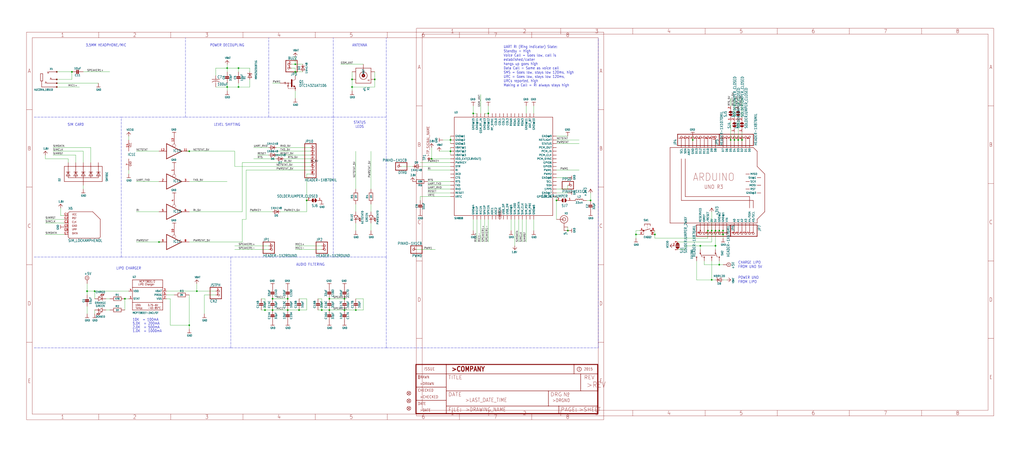
<source format=kicad_sch>
(kicad_sch (version 20211123) (generator eeschema)
  (paper "User" 687.07 301.701)
  (junction (at 477.52 154.94))
  (junction (at 464.82 93.98))
  (junction (at 289.56 106.68))
  (junction (at 160.02 45.72))
  (junction (at 477.52 187.96))
  (junction (at 106.68 162.56))
  (junction (at 127 218.44))
  (junction (at 127 101.6))
  (junction (at 492.76 93.98))
  (junction (at 198.12 43.18))
  (junction (at 160.02 58.42))
  (junction (at 215.9 208.28))
  (junction (at 198.12 48.26))
  (junction (at 381 154.94))
  (junction (at 220.98 200.66))
  (junction (at 302.26 93.98))
  (junction (at 482.6 154.94))
  (junction (at 63.5 195.58))
  (junction (at 231.14 208.28))
  (junction (at 485.14 157.48))
  (junction (at 236.22 53.34))
  (junction (at 152.4 45.72))
  (junction (at 497.84 93.98))
  (junction (at 490.22 93.98))
  (junction (at 469.9 165.1))
  (junction (at 238.76 208.28))
  (junction (at 236.22 58.42))
  (junction (at 231.14 200.66))
  (junction (at 200.66 208.28))
  (junction (at 482.6 177.8))
  (junction (at 193.04 208.28))
  (junction (at 396.24 134.62))
  (junction (at 480.06 165.1))
  (junction (at 182.88 208.28))
  (junction (at 439.42 157.48))
  (junction (at 474.98 154.94))
  (junction (at 132.08 195.58))
  (junction (at 373.38 134.62))
  (junction (at 426.72 157.48))
  (junction (at 182.88 200.66))
  (junction (at 205.74 134.62))
  (junction (at 251.46 53.34))
  (junction (at 177.8 208.28))
  (junction (at 480.06 154.94))
  (junction (at 327.66 76.2))
  (junction (at 495.3 93.98))
  (junction (at 485.14 154.94))
  (junction (at 83.82 200.66))
  (junction (at 317.5 76.2))
  (junction (at 48.26 48.26))
  (junction (at 302.26 101.6))
  (junction (at 220.98 208.28))
  (junction (at 193.04 200.66))
  (junction (at 152.4 58.42))
  (junction (at 58.42 195.58))
  (wire (pts (xy 474.98 160.02) (xy 474.98 154.94)))
  (wire (pts (xy 482.6 175.26) (xy 482.6 177.8)))
  (wire (pts (xy 185.42 104.14) (xy 208.28 104.14)))
  (wire (pts (xy 73.66 200.66) (xy 71.12 200.66)))
  (wire (pts (xy 152.4 60.96) (xy 152.4 58.42)))
  (wire (pts (xy 132.08 195.58) (xy 132.08 190.5)))
  (wire (pts (xy 350.52 147.32) (xy 350.52 162.56)))
  (wire (pts (xy 373.38 127) (xy 381 127)))
  (wire (pts (xy 236.22 58.42) (xy 251.46 58.42)))
  (wire (pts (xy 132.08 195.58) (xy 144.78 195.58)))
  (wire (pts (xy 281.94 132.08) (xy 302.26 132.08)))
  (wire (pts (xy 373.38 91.44) (xy 381 91.44)))
  (wire (pts (xy 45.72 109.22) (xy 45.72 106.68)))
  (wire (pts (xy 439.42 160.02) (xy 474.98 160.02)))
  (wire (pts (xy 317.5 147.32) (xy 317.5 154.94)))
  (wire (pts (xy 381 119.38) (xy 373.38 119.38)))
  (wire (pts (xy 215.9 200.66) (xy 215.9 208.28)))
  (wire (pts (xy 144.78 58.42) (xy 152.4 58.42)))
  (wire (pts (xy 127 121.92) (xy 152.4 121.92)))
  (wire (pts (xy 302.26 91.44) (xy 302.26 93.98)))
  (wire (pts (xy 322.58 147.32) (xy 322.58 162.56)))
  (wire (pts (xy 86.36 93.98) (xy 86.36 91.44)))
  (wire (pts (xy 38.1 55.88) (xy 66.04 55.88)))
  (wire (pts (xy 124.46 101.6) (xy 127 101.6)))
  (wire (pts (xy 109.22 162.56) (xy 106.68 162.56)))
  (wire (pts (xy 238.76 137.16) (xy 238.76 142.24)))
  (wire (pts (xy 157.48 167.64) (xy 180.34 167.64)))
  (wire (pts (xy 495.3 93.98) (xy 495.3 81.28)))
  (wire (pts (xy 165.1 147.32) (xy 165.1 114.3)))
  (wire (pts (xy 165.1 114.3) (xy 208.28 114.3)))
  (wire (pts (xy 215.9 167.64) (xy 198.12 167.64)))
  (wire (pts (xy 492.76 78.74) (xy 492.76 66.04)))
  (wire (pts (xy 63.5 195.58) (xy 86.36 195.58)))
  (wire (pts (xy 83.82 200.66) (xy 86.36 200.66)))
  (wire (pts (xy 381 127) (xy 381 124.46)))
  (wire (pts (xy 86.36 114.3) (xy 86.36 116.84)))
  (polyline (pts (xy 259.08 78.74) (xy 259.08 25.4)))
  (wire (pts (xy 490.22 81.28) (xy 490.22 93.98)))
  (wire (pts (xy 114.3 218.44) (xy 127 218.44)))
  (polyline (pts (xy 259.08 233.68) (xy 259.08 172.72)))
  (wire (pts (xy 289.56 106.68) (xy 289.56 99.06)))
  (wire (pts (xy 248.92 154.94) (xy 248.92 149.86)))
  (wire (pts (xy 302.26 129.54) (xy 287.02 129.54)))
  (wire (pts (xy 215.9 165.1) (xy 198.12 165.1)))
  (wire (pts (xy 388.62 96.52) (xy 373.38 96.52)))
  (wire (pts (xy 302.26 93.98) (xy 302.26 96.52)))
  (polyline (pts (xy 259.08 172.72) (xy 259.08 78.74)))
  (polyline (pts (xy 81.28 172.72) (xy 81.28 78.74)))
  (wire (pts (xy 373.38 129.54) (xy 381 129.54)))
  (wire (pts (xy 198.12 60.96) (xy 198.12 66.04)))
  (wire (pts (xy 43.18 144.78) (xy 40.64 144.78)))
  (wire (pts (xy 467.36 187.96) (xy 477.52 187.96)))
  (wire (pts (xy 205.74 208.28) (xy 200.66 208.28)))
  (wire (pts (xy 492.76 93.98) (xy 492.76 88.9)))
  (wire (pts (xy 495.3 66.04) (xy 495.3 71.12)))
  (wire (pts (xy 358.14 76.2) (xy 358.14 71.12)))
  (wire (pts (xy 58.42 205.74) (xy 58.42 210.82)))
  (wire (pts (xy 297.18 93.98) (xy 302.26 93.98)))
  (polyline (pts (xy 81.28 78.74) (xy 124.46 78.74)))
  (wire (pts (xy 106.68 101.6) (xy 91.44 101.6)))
  (wire (pts (xy 243.84 208.28) (xy 238.76 208.28)))
  (wire (pts (xy 187.96 142.24) (xy 205.74 142.24)))
  (wire (pts (xy 482.6 177.8) (xy 485.14 177.8)))
  (polyline (pts (xy 180.34 78.74) (xy 180.34 25.4)))
  (wire (pts (xy 302.26 106.68) (xy 289.56 106.68)))
  (wire (pts (xy 30.48 106.68) (xy 30.48 104.14)))
  (polyline (pts (xy 154.94 233.68) (xy 259.08 233.68)))
  (wire (pts (xy 144.78 45.72) (xy 152.4 45.72)))
  (polyline (pts (xy 124.46 78.74) (xy 124.46 25.4)))
  (wire (pts (xy 152.4 58.42) (xy 160.02 58.42)))
  (wire (pts (xy 198.12 48.26) (xy 198.12 50.8)))
  (wire (pts (xy 381 152.4) (xy 381 154.94)))
  (wire (pts (xy 373.38 132.08) (xy 373.38 134.62)))
  (wire (pts (xy 175.26 200.66) (xy 177.8 200.66)))
  (polyline (pts (xy 124.46 78.74) (xy 180.34 78.74)))
  (wire (pts (xy 302.26 124.46) (xy 287.02 124.46)))
  (polyline (pts (xy 22.86 233.68) (xy 154.94 233.68)))
  (wire (pts (xy 281.94 132.08) (xy 281.94 134.62)))
  (wire (pts (xy 497.84 88.9) (xy 497.84 93.98)))
  (wire (pts (xy 220.98 208.28) (xy 231.14 208.28)))
  (wire (pts (xy 167.64 58.42) (xy 167.64 53.34)))
  (polyline (pts (xy 259.08 233.68) (xy 401.32 233.68)))
  (wire (pts (xy 198.12 43.18) (xy 195.58 43.18)))
  (wire (pts (xy 325.12 76.2) (xy 327.66 76.2)))
  (wire (pts (xy 472.44 177.8) (xy 482.6 177.8)))
  (wire (pts (xy 327.66 147.32) (xy 327.66 162.56)))
  (wire (pts (xy 58.42 195.58) (xy 58.42 190.5)))
  (wire (pts (xy 373.38 114.3) (xy 388.62 114.3)))
  (wire (pts (xy 106.68 162.56) (xy 91.44 162.56)))
  (wire (pts (xy 231.14 200.66) (xy 220.98 200.66)))
  (wire (pts (xy 205.74 116.84) (xy 208.28 116.84)))
  (wire (pts (xy 162.56 147.32) (xy 165.1 147.32)))
  (wire (pts (xy 439.42 154.94) (xy 439.42 157.48)))
  (wire (pts (xy 302.26 109.22) (xy 281.94 109.22)))
  (wire (pts (xy 469.9 167.64) (xy 469.9 165.1)))
  (wire (pts (xy 236.22 48.26) (xy 236.22 53.34)))
  (polyline (pts (xy 223.52 78.74) (xy 223.52 25.4)))
  (wire (pts (xy 485.14 154.94) (xy 485.14 157.48)))
  (wire (pts (xy 160.02 55.88) (xy 160.02 58.42)))
  (wire (pts (xy 429.26 157.48) (xy 426.72 157.48)))
  (wire (pts (xy 30.48 157.48) (xy 43.18 157.48)))
  (wire (pts (xy 187.96 55.88) (xy 182.88 55.88)))
  (wire (pts (xy 48.26 48.26) (xy 38.1 48.26)))
  (wire (pts (xy 48.26 48.26) (xy 48.26 53.34)))
  (wire (pts (xy 60.96 109.22) (xy 60.96 99.06)))
  (wire (pts (xy 83.82 208.28) (xy 83.82 200.66)))
  (wire (pts (xy 213.36 200.66) (xy 215.9 200.66)))
  (wire (pts (xy 111.76 200.66) (xy 114.3 200.66)))
  (wire (pts (xy 127 162.56) (xy 162.56 162.56)))
  (wire (pts (xy 302.26 114.3) (xy 287.02 114.3)))
  (wire (pts (xy 177.8 208.28) (xy 182.88 208.28)))
  (wire (pts (xy 60.96 99.06) (xy 35.56 99.06)))
  (wire (pts (xy 50.8 109.22) (xy 50.8 104.14)))
  (polyline (pts (xy 22.86 172.72) (xy 81.28 172.72)))
  (wire (pts (xy 38.1 58.42) (xy 53.34 58.42)))
  (wire (pts (xy 464.82 93.98) (xy 464.82 91.44)))
  (wire (pts (xy 182.88 208.28) (xy 193.04 208.28)))
  (wire (pts (xy 322.58 76.2) (xy 322.58 63.5)))
  (wire (pts (xy 162.56 162.56) (xy 162.56 147.32)))
  (wire (pts (xy 152.4 45.72) (xy 152.4 43.18)))
  (wire (pts (xy 63.5 208.28) (xy 63.5 210.82)))
  (wire (pts (xy 40.64 144.78) (xy 40.64 139.7)))
  (wire (pts (xy 205.74 142.24) (xy 205.74 134.62)))
  (polyline (pts (xy 22.86 78.74) (xy 81.28 78.74)))
  (polyline (pts (xy 154.94 172.72) (xy 223.52 172.72)))
  (wire (pts (xy 160.02 58.42) (xy 167.64 58.42)))
  (wire (pts (xy 477.52 162.56) (xy 477.52 154.94)))
  (wire (pts (xy 353.06 147.32) (xy 353.06 162.56)))
  (wire (pts (xy 487.68 187.96) (xy 485.14 187.96)))
  (wire (pts (xy 342.9 147.32) (xy 342.9 154.94)))
  (wire (pts (xy 454.66 162.56) (xy 477.52 162.56)))
  (wire (pts (xy 454.66 167.64) (xy 459.74 167.64)))
  (wire (pts (xy 482.6 157.48) (xy 485.14 157.48)))
  (wire (pts (xy 43.18 149.86) (xy 30.48 149.86)))
  (wire (pts (xy 198.12 45.72) (xy 198.12 48.26)))
  (wire (pts (xy 317.5 76.2) (xy 320.04 76.2)))
  (wire (pts (xy 469.9 165.1) (xy 480.06 165.1)))
  (wire (pts (xy 55.88 101.6) (xy 35.56 101.6)))
  (wire (pts (xy 302.26 101.6) (xy 294.64 101.6)))
  (wire (pts (xy 152.4 48.26) (xy 152.4 45.72)))
  (wire (pts (xy 490.22 66.04) (xy 490.22 71.12)))
  (wire (pts (xy 388.62 93.98) (xy 373.38 93.98)))
  (wire (pts (xy 281.94 111.76) (xy 302.26 111.76)))
  (wire (pts (xy 480.06 165.1) (xy 480.06 167.64)))
  (wire (pts (xy 236.22 53.34) (xy 236.22 58.42)))
  (wire (pts (xy 160.02 45.72) (xy 167.64 45.72)))
  (wire (pts (xy 200.66 200.66) (xy 205.74 200.66)))
  (wire (pts (xy 127 142.24) (xy 162.56 142.24)))
  (wire (pts (xy 236.22 60.96) (xy 236.22 58.42)))
  (wire (pts (xy 198.12 38.1) (xy 198.12 43.18)))
  (wire (pts (xy 228.6 43.18) (xy 243.84 43.18)))
  (wire (pts (xy 205.74 134.62) (xy 205.74 116.84)))
  (polyline (pts (xy 154.94 233.68) (xy 154.94 172.72)))
  (wire (pts (xy 327.66 71.12) (xy 327.66 76.2)))
  (wire (pts (xy 325.12 162.56) (xy 325.12 147.32)))
  (wire (pts (xy 485.14 157.48) (xy 485.14 160.02)))
  (wire (pts (xy 162.56 142.24) (xy 162.56 109.22)))
  (wire (pts (xy 426.72 154.94) (xy 426.72 157.48)))
  (wire (pts (xy 160.02 48.26) (xy 160.02 45.72)))
  (wire (pts (xy 180.34 104.14) (xy 172.72 104.14)))
  (wire (pts (xy 347.98 162.56) (xy 347.98 147.32)))
  (wire (pts (xy 497.84 78.74) (xy 497.84 66.04)))
  (wire (pts (xy 200.66 208.28) (xy 193.04 208.28)))
  (wire (pts (xy 50.8 104.14) (xy 35.56 104.14)))
  (wire (pts (xy 157.48 111.76) (xy 208.28 111.76)))
  (wire (pts (xy 55.88 124.46) (xy 55.88 127)))
  (wire (pts (xy 162.56 109.22) (xy 208.28 109.22)))
  (wire (pts (xy 152.4 55.88) (xy 152.4 58.42)))
  (polyline (pts (xy 81.28 172.72) (xy 154.94 172.72)))
  (wire (pts (xy 127 218.44) (xy 127 220.98)))
  (wire (pts (xy 193.04 200.66) (xy 182.88 200.66)))
  (wire (pts (xy 353.06 71.12) (xy 353.06 76.2)))
  (wire (pts (xy 426.72 157.48) (xy 426.72 160.02)))
  (wire (pts (xy 114.3 200.66) (xy 114.3 218.44)))
  (wire (pts (xy 248.92 137.16) (xy 248.92 142.24)))
  (wire (pts (xy 243.84 200.66) (xy 243.84 208.28)))
  (wire (pts (xy 396.24 134.62) (xy 393.7 134.62)))
  (wire (pts (xy 180.34 99.06) (xy 170.18 99.06)))
  (wire (pts (xy 127 198.12) (xy 127 218.44)))
  (wire (pts (xy 302.26 127) (xy 287.02 127)))
  (wire (pts (xy 137.16 198.12) (xy 137.16 210.82)))
  (wire (pts (xy 58.42 198.12) (xy 58.42 195.58)))
  (wire (pts (xy 106.68 121.92) (xy 91.44 121.92)))
  (wire (pts (xy 302.26 121.92) (xy 287.02 121.92)))
  (wire (pts (xy 302.26 99.06) (xy 302.26 101.6)))
  (wire (pts (xy 472.44 175.26) (xy 472.44 177.8)))
  (wire (pts (xy 480.06 187.96) (xy 477.52 187.96)))
  (wire (pts (xy 167.64 45.72) (xy 167.64 48.26)))
  (wire (pts (xy 190.5 106.68) (xy 208.28 106.68)))
  (wire (pts (xy 248.92 101.6) (xy 248.92 127)))
  (wire (pts (xy 152.4 45.72) (xy 160.02 45.72)))
  (wire (pts (xy 144.78 50.8) (xy 144.78 45.72)))
  (wire (pts (xy 238.76 149.86) (xy 238.76 154.94)))
  (wire (pts (xy 320.04 162.56) (xy 320.04 147.32)))
  (wire (pts (xy 251.46 53.34) (xy 251.46 48.26)))
  (wire (pts (xy 38.1 53.34) (xy 48.26 53.34)))
  (wire (pts (xy 55.88 109.22) (xy 55.88 101.6)))
  (wire (pts (xy 439.42 157.48) (xy 439.42 160.02)))
  (wire (pts (xy 157.48 111.76) (xy 157.48 101.6)))
  (wire (pts (xy 251.46 58.42) (xy 251.46 53.34)))
  (wire (pts (xy 73.66 48.26) (xy 55.88 48.26)))
  (wire (pts (xy 58.42 195.58) (xy 63.5 195.58)))
  (wire (pts (xy 345.44 147.32) (xy 345.44 165.1)))
  (polyline (pts (xy 223.52 78.74) (xy 180.34 78.74)))
  (wire (pts (xy 185.42 99.06) (xy 208.28 99.06)))
  (wire (pts (xy 215.9 208.28) (xy 213.36 208.28)))
  (wire (pts (xy 215.9 208.28) (xy 220.98 208.28)))
  (wire (pts (xy 238.76 127) (xy 238.76 101.6)))
  (wire (pts (xy 480.06 154.94) (xy 480.06 165.1)))
  (wire (pts (xy 157.48 165.1) (xy 180.34 165.1)))
  (wire (pts (xy 43.18 147.32) (xy 30.48 147.32)))
  (wire (pts (xy 137.16 198.12) (xy 144.78 198.12)))
  (polyline (pts (xy 223.52 78.74) (xy 259.08 78.74)))
  (polyline (pts (xy 223.52 172.72) (xy 223.52 78.74)))
  (wire (pts (xy 205.74 200.66) (xy 205.74 208.28)))
  (wire (pts (xy 269.24 111.76) (xy 276.86 111.76)))
  (wire (pts (xy 482.6 154.94) (xy 482.6 157.48)))
  (wire (pts (xy 106.68 142.24) (xy 91.44 142.24)))
  (wire (pts (xy 477.52 175.26) (xy 477.52 187.96)))
  (wire (pts (xy 317.5 71.12) (xy 317.5 76.2)))
  (wire (pts (xy 198.12 43.18) (xy 203.2 43.18)))
  (polyline (pts (xy 401.32 233.68) (xy 401.32 25.4)))
  (wire (pts (xy 127 101.6) (xy 157.48 101.6)))
  (wire (pts (xy 177.8 208.28) (xy 175.26 208.28)))
  (wire (pts (xy 111.76 198.12) (xy 116.84 198.12)))
  (wire (pts (xy 45.72 106.68) (xy 30.48 106.68)))
  (wire (pts (xy 459.74 165.1) (xy 469.9 165.1)))
  (wire (pts (xy 373.38 134.62) (xy 373.38 147.32)))
  (wire (pts (xy 477.52 142.24) (xy 477.52 154.94)))
  (wire (pts (xy 459.74 167.64) (xy 459.74 165.1)))
  (wire (pts (xy 132.08 195.58) (xy 111.76 195.58)))
  (wire (pts (xy 170.18 106.68) (xy 185.42 106.68)))
  (wire (pts (xy 182.88 142.24) (xy 167.64 142.24)))
  (wire (pts (xy 185.42 101.6) (xy 208.28 101.6)))
  (wire (pts (xy 195.58 45.72) (xy 198.12 45.72)))
  (wire (pts (xy 358.14 154.94) (xy 358.14 147.32)))
  (wire (pts (xy 396.24 129.54) (xy 396.24 134.62)))
  (wire (pts (xy 279.4 167.64) (xy 292.1 167.64)))
  (wire (pts (xy 198.12 48.26) (xy 203.2 48.26)))
  (wire (pts (xy 467.36 175.26) (xy 467.36 187.96)))
  (polyline (pts (xy 223.52 172.72) (xy 259.08 172.72)))
  (wire (pts (xy 177.8 200.66) (xy 177.8 208.28)))
  (wire (pts (xy 238.76 208.28) (xy 231.14 208.28)))
  (wire (pts (xy 73.66 208.28) (xy 71.12 208.28)))
  (wire (pts (xy 63.5 200.66) (xy 63.5 195.58)))
  (wire (pts (xy 238.76 200.66) (xy 243.84 200.66)))
  (wire (pts (xy 302.26 101.6) (xy 302.26 104.14)))
  (wire (pts (xy 429.26 154.94) (xy 426.72 154.94)))
  (text "5.0K  = 200mA" (at 88.9 218.44 180) (effects (font (size 1.778 1.5113)) (justify left bottom)))
  (text "STATUS\nLEDS" (at 241.3 83.82 180) (effects (font (size 1.778 1.5113))))
  (text "LEVEL SHIFTING" (at 152.4 83.82 180) (effects (font (size 1.778 1.5113))))
  (text "2.0K  = 500mA" (at 88.9 220.98 180) (effects (font (size 1.778 1.5113)) (justify left bottom)))
  (text "CHARGE LIPO\nFROM UNO 5V" (at 495.3 180.34 180) (effects (font (size 1.778 1.5113)) (justify left bottom)))
  (text "POWER DECOUPLING" (at 152.4 30.48 180) (effects (font (size 1.778 1.5113))))
  (text "10K  = 100mA" (at 88.9 215.9 180) (effects (font (size 1.778 1.5113)) (justify left bottom)))
  (text "UART RI (Ring Indicator) State:\nStandby = High\nVoice Call = Goes low, call is\nestablished/caller\nhangs up goes high\nData Call = Same as voice call\nSMS = Goes low, stays low 120ms, high\nURC = Goes low, stays low 120ms,\nURCs reported, high\nMaking a Call = RI always stays high" (at 337.82 58.42 0) (effects (font (size 1.778 1.5113)) (justify left bottom)))
  (text "SIM CARD" (at 50.8 83.82 180) (effects (font (size 1.778 1.5113))))
  (text "1.0K  = 1000mA" (at 88.9 223.52 180) (effects (font (size 1.778 1.5113)) (justify left bottom)))
  (text "3.5MM HEADPHONE/MIC" (at 71.12 30.48 180) (effects (font (size 1.778 1.5113))))
  (text "ANTENNA" (at 241.3 30.48 180) (effects (font (size 1.778 1.5113))))
  (text "POWER UNO\nFROM LIPO" (at 495.3 190.5 180) (effects (font (size 1.778 1.5113)) (justify left bottom)))
  (text "AUDIO FILTERING" (at 208.28 177.8 180) (effects (font (size 1.778 1.5113))))
  (text "LIPO CHARGER" (at 86.36 180.34 180) (effects (font (size 1.778 1.5113))))
  (label "UART_TXD" (at 287.02 124.46 0) (effects (font (size 1.2446 1.2446))))
  (label "RI" (at 91.44 142.24 0) (effects (font (size 1.2446 1.2446))))
  (label "UART_RXD" (at 287.02 127 0) (effects (font (size 1.2446 1.2446))))
  (label "PWRSTAT_5V" (at 185.42 114.3 0) (effects (font (size 1.2446 1.2446))))
  (label "PWM1" (at 375.92 114.3 0) (effects (font (size 1.2446 1.2446))))
  (label "UART_TXD" (at 91.44 121.92 0) (effects (font (size 1.2446 1.2446))))
  (label "PWRKEY" (at 287.02 109.22 0) (effects (font (size 1.2446 1.2446))))
  (label "TXD_5V" (at 129.54 121.92 0) (effects (font (size 1.2446 1.2446))))
  (label "RTS" (at 172.72 106.68 0) (effects (font (size 1.2446 1.2446))))
  (label "SPEAKER1+" (at 160.02 165.1 0) (effects (font (size 1.2446 1.2446))))
  (label "RXD_5V" (at 187.96 99.06 0) (effects (font (size 1.2446 1.2446))))
  (label "MIC1+" (at 198.12 165.1 0) (effects (font (size 1.2446 1.2446))))
  (label "RI_5V" (at 129.54 142.24 0) (effects (font (size 1.2446 1.2446))))
  (label "GSM_ANT" (at 228.6 43.18 0) (effects (font (size 1.2446 1.2446))))
  (label "VRTC" (at 287.02 132.08 0) (effects (font (size 1.2446 1.2446))))
  (label "PWM1" (at 284.48 167.64 0) (effects (font (size 1.2446 1.2446))))
  (label "SPEAKER1+" (at 325.12 162.56 90) (effects (font (size 1.2446 1.2446))))
  (label "PWRSTAT_5V" (at 248.92 119.38 90) (effects (font (size 1.2446 1.2446))))
  (label "PWM1" (at 182.88 55.88 0) (effects (font (size 1.2446 1.2446))))
  (label "NETSTAT" (at 91.44 101.6 0) (effects (font (size 1.2446 1.2446))))
  (label "MIC1-" (at 198.12 167.64 0) (effects (font (size 1.2446 1.2446))))
  (label "SIMCLK" (at 30.48 149.86 0) (effects (font (size 1.2446 1.2446))))
  (label "SPEAKER1-" (at 223.52 208.28 0) (effects (font (size 1.2446 1.2446))))
  (label "RI_5V" (at 190.5 109.22 0) (effects (font (size 1.2446 1.2446))))
  (label "SIMDATA" (at 35.56 99.06 0) (effects (font (size 1.2446 1.2446))))
  (label "PWRKEY_5V" (at 190.5 142.24 0) (effects (font (size 1.2446 1.2446))))
  (label "SIMRST" (at 30.48 147.32 0) (effects (font (size 1.2446 1.2446))))
  (label "RTS_5V" (at 193.04 106.68 0) (effects (font (size 1.2446 1.2446))))
  (label "SIMCLK" (at 350.52 162.56 90) (effects (font (size 1.2446 1.2446))))
  (label "PWRSTAT" (at 91.44 162.56 0) (effects (font (size 1.2446 1.2446))))
  (label "RTS" (at 287.02 121.92 0) (effects (font (size 1.2446 1.2446))))
  (label "RTS_5V" (at 490.22 71.12 90) (effects (font (size 1.2446 1.2446))))
  (label "SIMRST" (at 353.06 162.56 90) (effects (font (size 1.2446 1.2446))))
  (label "RXD_5V" (at 497.84 71.12 90) (effects (font (size 1.2446 1.2446))))
  (label "NETSTAT" (at 373.38 93.98 0) (effects (font (size 1.2446 1.2446))))
  (label "SIMDATA" (at 30.48 157.48 0) (effects (font (size 1.2446 1.2446))))
  (label "SPEAKER1-" (at 327.66 162.56 90) (effects (font (size 1.2446 1.2446))))
  (label "UART_RXD" (at 170.18 99.06 0) (effects (font (size 1.2446 1.2446))))
  (label "RI" (at 287.02 114.3 0) (effects (font (size 1.2446 1.2446))))
  (label "SIMRST" (at 35.56 104.14 0) (effects (font (size 1.2446 1.2446))))
  (label "MIC1+" (at 320.04 162.56 90) (effects (font (size 1.2446 1.2446))))
  (label "NETSTAT_5V" (at 238.76 119.38 90) (effects (font (size 1.2446 1.2446))))
  (label "RESET_5V" (at 492.76 71.12 90) (effects (font (size 1.2446 1.2446))))
  (label "TXD_5V" (at 495.3 71.12 90) (effects (font (size 1.2446 1.2446))))
  (label "SIMCLK" (at 35.56 101.6 0) (effects (font (size 1.2446 1.2446))))
  (label "RI_5V" (at 208.28 109.22 0) (effects (font (size 1.2446 1.2446))))
  (label "TXD_5V" (at 187.96 101.6 0) (effects (font (size 1.2446 1.2446))))
  (label "PWRSTAT" (at 373.38 96.52 0) (effects (font (size 1.2446 1.2446))))
  (label "MIC1-" (at 185.42 208.28 0) (effects (font (size 1.2446 1.2446))))
  (label "SPEAKER1-" (at 160.02 167.64 0) (effects (font (size 1.2446 1.2446))))
  (label "RESET_5V" (at 187.96 104.14 0) (effects (font (size 1.2446 1.2446))))
  (label "PWRSTAT_5V" (at 129.54 162.56 0) (effects (font (size 1.2446 1.2446))))
  (label "SPEAKER1+" (at 58.42 48.26 0) (effects (font (size 1.2446 1.2446))))
  (label "NETSTAT_5V" (at 129.54 101.6 0) (effects (font (size 1.2446 1.2446))))
  (label "GSM_ANT" (at 322.58 63.5 270) (effects (font (size 1.2446 1.2446))))
  (label "MIC1+" (at 185.42 200.66 0) (effects (font (size 1.2446 1.2446))))
  (label "PWRKEY" (at 167.64 142.24 0) (effects (font (size 1.2446 1.2446))))
  (label "MIC1+" (at 45.72 58.42 0) (effects (font (size 1.2446 1.2446))))
  (label "RESET" (at 172.72 104.14 0) (effects (font (size 1.2446 1.2446))))
  (label "NETSTAT_5V" (at 185.42 111.76 0) (effects (font (size 1.2446 1.2446))))
  (label "SIMDATA" (at 347.98 162.56 90) (effects (font (size 1.2446 1.2446))))
  (label "SPEAKER1+" (at 223.52 200.66 0) (effects (font (size 1.2446 1.2446))))
  (label "MIC1-" (at 322.58 162.56 90) (effects (font (size 1.2446 1.2446))))
  (label "RESET" (at 287.02 129.54 0) (effects (font (size 1.2446 1.2446))))
  (global_label "VBUS" (shape bidirectional) (at 335.28 147.32 90) (effects (font (size 1.016 1.016))) (property "Intersheet References" "${INTERSHEET_REFS}" (effects hide)))
  (symbol (lib_id "eagleSchem-eagle-import:LED0805_NOOUTLINE") (at 238.76 147.32 270) (unit 1)
    (property "Reference" "NETSTAT0" (at 243.205 146.05 0))
    (property "Value" "BLUE" (at 235.966 146.05 0))
    (property "Footprint" "eagleSchem:CHIPLED_0805_NOOUTLINE" (effects hide))
  )
  (symbol (lib_id "eagleSchem-eagle-import:CAP_CERAMIC0805-NOOUTLINE") (at 281.94 139.7 0) (unit 1)
    (property "Reference" "C9" (at 279.65 138.45 90))
    (property "Value" "10uF" (at 284.24 138.45 90))
    (property "Footprint" "eagleSchem:0805-NO" (effects hide))
  )
  (symbol (lib_id "eagleSchem-eagle-import:SWITCH_TACT_SMT") (at 434.34 154.94 0) (unit 1)
    (property "Reference" "SW1" (at 431.8 148.59 0) (effects (font (size 1.27 1.0795)) (justify left bottom)))
    (property "Value" "EVQQ2" (at 431.8 160.02 0) (effects (font (size 1.27 1.0795)) (justify left bottom)))
    (property "Footprint" "eagleSchem:EVQ-Q2" (effects hide))
  )
  (symbol (lib_id "eagleSchem-eagle-import:CAP_4PACK1206") (at 220.98 213.36 0) (unit 1)
    (property "Reference" "C16" (at 218.69 212.11 90))
    (property "Value" "33pF" (at 223.28 212.11 90))
    (property "Footprint" "eagleSchem:RESPACK_4X0603" (effects hide))
  )
  (symbol (lib_id "eagleSchem-eagle-import:GSM_SIM808_LITERAL") (at 337.82 111.76 0) (unit 1)
    (property "Reference" "U3" (at 304.8 76.2 0) (effects (font (size 1.27 1.0795)) (justify left bottom)))
    (property "Value" "SIM808" (at 304.8 147.32 0) (effects (font (size 1.27 1.0795)) (justify left bottom)))
    (property "Footprint" "eagleSchem:SIM900_SMT" (effects hide))
  )
  (symbol (lib_id "eagleSchem-eagle-import:74125PW") (at 116.84 121.92 0) (unit 1)
    (property "Reference" "IC1" (at 116.205 122.555 0) (effects (font (size 1.778 1.5113)) (justify left bottom)))
    (property "Value" "74VHCT125PW" (effects hide))
    (property "Footprint" "eagleSchem:TSSOP14" (effects hide))
  )
  (symbol (lib_id "eagleSchem-eagle-import:1.8V") (at 345.44 167.64 180) (unit 1)
    (property "Reference" "#U$8" (effects hide))
    (property "Value" "1.8V" (at 346.964 168.656 0) (effects (font (size 1.27 1.0795)) (justify left bottom)))
    (property "Footprint" "eagleSchem:" (effects hide))
  )
  (symbol (lib_id "eagleSchem-eagle-import:HEADER-1X1070MIL") (at 467.36 91.44 90) (unit 1)
    (property "Reference" "JP4" (at 454.025 97.79 0) (effects (font (size 1.778 1.5113)) (justify left bottom)))
    (property "Value" "HEADER-1X1070MIL" (at 485.14 97.79 0) (effects (font (size 1.778 1.5113)) (justify left bottom)))
    (property "Footprint" "eagleSchem:1X10_ROUND70" (effects hide))
  )
  (symbol (lib_id "eagleSchem-eagle-import:CAP_4PACK1206") (at 220.98 205.74 0) (unit 3)
    (property "Reference" "C16" (at 218.69 204.49 90))
    (property "Value" "33pF" (at 223.28 204.49 90))
    (property "Footprint" "eagleSchem:RESPACK_4X0603" (effects hide))
  )
  (symbol (lib_id "eagleSchem-eagle-import:CAP_4PACK1206") (at 175.26 205.74 0) (unit 2)
    (property "Reference" "C14" (at 172.97 204.49 90))
    (property "Value" "33pF" (at 177.56 204.49 90))
    (property "Footprint" "eagleSchem:RESPACK_4X0603" (effects hide))
  )
  (symbol (lib_id "eagleSchem-eagle-import:CAP_CERAMIC0805-NOOUTLINE") (at 160.02 53.34 0) (unit 1)
    (property "Reference" "C5" (at 157.73 52.09 90))
    (property "Value" "10pF" (at 162.32 52.09 90))
    (property "Footprint" "eagleSchem:0805-NO" (effects hide))
  )
  (symbol (lib_id "eagleSchem-eagle-import:SWITCH_DPDTEG1390") (at 474.98 172.72 270) (unit 1)
    (property "Reference" "SW2" (at 483.87 168.275 0) (effects (font (size 1.27 1.0795)) (justify left bottom)))
    (property "Value" "EG1390" (at 463.55 167.64 0) (effects (font (size 1.27 1.0795)) (justify left bottom)))
    (property "Footprint" "eagleSchem:EG1390" (effects hide))
  )
  (symbol (lib_id "eagleSchem-eagle-import:FIDUCIAL{dblquote}{dblquote}") (at 274.32 264.16 0) (unit 1)
    (property "Reference" "FID2" (effects hide))
    (property "Value" "FIDUCIAL{dblquote}{dblquote}" (effects hide))
    (property "Footprint" "eagleSchem:FIDUCIAL_1MM" (effects hide))
  )
  (symbol (lib_id "eagleSchem-eagle-import:GND") (at 317.5 68.58 180) (unit 1)
    (property "Reference" "#U$38" (effects hide))
    (property "Value" "GND" (at 319.024 66.04 0) (effects (font (size 1.27 1.0795)) (justify left bottom)))
    (property "Footprint" "eagleSchem:" (effects hide))
  )
  (symbol (lib_id "eagleSchem-eagle-import:GND") (at 396.24 144.78 0) (unit 1)
    (property "Reference" "#U$29" (effects hide))
    (property "Value" "GND" (at 394.716 147.32 0) (effects (font (size 1.27 1.0795)) (justify left bottom)))
    (property "Footprint" "eagleSchem:" (effects hide))
  )
  (symbol (lib_id "eagleSchem-eagle-import:GND") (at 383.54 154.94 90) (unit 1)
    (property "Reference" "#U$17" (effects hide))
    (property "Value" "GND" (at 386.08 156.464 0) (effects (font (size 1.27 1.0795)) (justify left bottom)))
    (property "Footprint" "eagleSchem:" (effects hide))
  )
  (symbol (lib_id "eagleSchem-eagle-import:VCCIO") (at 449.58 165.1 90) (unit 1)
    (property "Reference" "#U$40" (effects hide))
    (property "Value" "VCCIO" (at 448.564 166.624 0) (effects (font (size 1.27 1.0795)) (justify left bottom)))
    (property "Footprint" "eagleSchem:" (effects hide))
  )
  (symbol (lib_id "eagleSchem-eagle-import:2.8V") (at 289.56 96.52 0) (unit 1)
    (property "Reference" "#U$23" (effects hide))
    (property "Value" "2.8V" (at 288.036 95.504 0) (effects (font (size 1.27 1.0795)) (justify left bottom)))
    (property "Footprint" "eagleSchem:" (effects hide))
  )
  (symbol (lib_id "eagleSchem-eagle-import:GND") (at 383.54 129.54 90) (unit 1)
    (property "Reference" "#U$61" (effects hide))
    (property "Value" "GND" (at 386.08 131.064 0) (effects (font (size 1.27 1.0795)) (justify left bottom)))
    (property "Footprint" "eagleSchem:" (effects hide))
  )
  (symbol (lib_id "eagleSchem-eagle-import:SOLDERJUMPER_CLOSED") (at 495.3 76.2 90) (unit 1)
    (property "Reference" "SJ3" (at 492.76 78.74 0) (effects (font (size 1.778 1.5113)) (justify left bottom)))
    (property "Value" "SOLDERJUMPER_CLOSED" (at 499.11 78.74 0) (effects (font (size 1.778 1.5113)) (justify left bottom)))
    (property "Footprint" "eagleSchem:SOLDERJUMPER_CLOSEDWIRE" (effects hide))
  )
  (symbol (lib_id "eagleSchem-eagle-import:HEADER-1X2ROUND") (at 182.88 167.64 0) (unit 1)
    (property "Reference" "JP1" (at 176.53 161.925 0) (effects (font (size 1.778 1.5113)) (justify left bottom)))
    (property "Value" "HEADER-1X2ROUND" (at 176.53 172.72 0) (effects (font (size 1.778 1.5113)) (justify left bottom)))
    (property "Footprint" "eagleSchem:1X02_ROUND" (effects hide))
  )
  (symbol (lib_id "eagleSchem-eagle-import:FRAME_A3") (at 17.78 281.94 0) (unit 1)
    (property "Reference" "#FRAME1" (effects hide))
    (property "Value" "FRAME_A3" (effects hide))
    (property "Footprint" "eagleSchem:" (effects hide))
  )
  (symbol (lib_id "eagleSchem-eagle-import:GND") (at 426.72 162.56 0) (unit 1)
    (property "Reference" "#U$14" (effects hide))
    (property "Value" "GND" (at 425.196 165.1 0) (effects (font (size 1.27 1.0795)) (justify left bottom)))
    (property "Footprint" "eagleSchem:" (effects hide))
  )
  (symbol (lib_id "eagleSchem-eagle-import:SOLDERJUMPER") (at 378.46 134.62 180) (unit 1)
    (property "Reference" "SJ7" (at 381 137.16 0) (effects (font (size 1.778 1.5113)) (justify left bottom)))
    (property "Value" "SOLDERJUMPER" (at 381 130.81 0) (effects (font (size 1.778 1.5113)) (justify left bottom)))
    (property "Footprint" "eagleSchem:SOLDERJUMPER_ARROW_NOPASTE" (effects hide))
  )
  (symbol (lib_id "eagleSchem-eagle-import:DIODESOD-323") (at 279.4 111.76 0) (mirror y) (unit 1)
    (property "Reference" "D9" (at 279.4 109.22 0))
    (property "Value" "1N4148" (at 279.4 114.26 0))
    (property "Footprint" "eagleSchem:SOD-323" (effects hide))
  )
  (symbol (lib_id "eagleSchem-eagle-import:1.8V") (at 40.64 137.16 0) (unit 1)
    (property "Reference" "#U$1" (effects hide))
    (property "Value" "1.8V" (at 39.116 136.144 0) (effects (font (size 1.27 1.0795)) (justify left bottom)))
    (property "Footprint" "eagleSchem:" (effects hide))
  )
  (symbol (lib_id "eagleSchem-eagle-import:LED0805_NOOUTLINE") (at 66.04 208.28 180) (unit 1)
    (property "Reference" "DONE0" (at 67.31 212.725 0))
    (property "Value" "GREEN" (at 67.31 205.486 0))
    (property "Footprint" "eagleSchem:CHIPLED_0805_NOOUTLINE" (effects hide))
  )
  (symbol (lib_id "eagleSchem-eagle-import:JST_2PIN") (at 147.32 195.58 0) (mirror x) (unit 1)
    (property "Reference" "CN2" (at 140.97 201.295 0) (effects (font (size 1.778 1.5113)) (justify left bottom)))
    (property "Value" "JSTPH" (at 140.97 190.5 0) (effects (font (size 1.778 1.5113)) (justify left bottom)))
    (property "Footprint" "eagleSchem:JSTPH2" (effects hide))
  )
  (symbol (lib_id "eagleSchem-eagle-import:AUDIO_3.5MMJACK_4POL") (at 33.02 53.34 0) (unit 1)
    (property "Reference" "X4" (at 35.56 46.99 0) (effects (font (size 1.27 1.0795)) (justify right bottom)))
    (property "Value" "4UCONN_18510" (at 35.56 60.96 0) (effects (font (size 1.27 1.0795)) (justify right bottom)))
    (property "Footprint" "eagleSchem:4UCONN_18510" (effects hide))
  )
  (symbol (lib_id "eagleSchem-eagle-import:GND") (at 193.04 218.44 0) (unit 1)
    (property "Reference" "#U$47" (effects hide))
    (property "Value" "GND" (at 191.516 220.98 0) (effects (font (size 1.27 1.0795)) (justify left bottom)))
    (property "Footprint" "eagleSchem:" (effects hide))
  )
  (symbol (lib_id "eagleSchem-eagle-import:GND") (at 182.88 218.44 0) (unit 1)
    (property "Reference" "#U$46" (effects hide))
    (property "Value" "GND" (at 181.356 220.98 0) (effects (font (size 1.27 1.0795)) (justify left bottom)))
    (property "Footprint" "eagleSchem:" (effects hide))
  )
  (symbol (lib_id "eagleSchem-eagle-import:DIODESOD-323") (at 182.88 104.14 0) (mirror x) (unit 1)
    (property "Reference" "D6" (at 182.88 106.68 0))
    (property "Value" "1N4148" (at 182.88 101.64 0))
    (property "Footprint" "eagleSchem:SOD-323" (effects hide))
  )
  (symbol (lib_id "eagleSchem-eagle-import:PINHD-1X1CB") (at 383.54 124.46 0) (unit 1)
    (property "Reference" "PPS0" (at 377.19 121.285 0) (effects (font (size 1.778 1.5113)) (justify left bottom)))
    (property "Value" "PINHD-1X1CB" (at 377.19 129.54 0) (effects (font (size 1.778 1.5113)) (justify left bottom)))
    (property "Footprint" "eagleSchem:1X01-CLEANBIG" (effects hide))
  )
  (symbol (lib_id "eagleSchem-eagle-import:GND") (at 231.14 190.5 180) (unit 1)
    (property "Reference" "#U$49" (effects hide))
    (property "Value" "GND" (at 232.664 187.96 0) (effects (font (size 1.27 1.0795)) (justify left bottom)))
    (property "Footprint" "eagleSchem:" (effects hide))
  )
  (symbol (lib_id "eagleSchem-eagle-import:GND") (at 182.88 190.5 180) (unit 1)
    (property "Reference" "#U$44" (effects hide))
    (property "Value" "GND" (at 184.404 187.96 0) (effects (font (size 1.27 1.0795)) (justify left bottom)))
    (property "Footprint" "eagleSchem:" (effects hide))
  )
  (symbol (lib_id "eagleSchem-eagle-import:SMACONNECTOR_EDGE_UFL") (at 243.84 50.8 270) (unit 1)
    (property "Reference" "X1" (at 246.38 58.42 0) (effects (font (size 1.27 1.0795)) (justify left bottom)))
    (property "Value" "uFL" (at 243.84 58.42 0) (effects (font (size 1.27 1.0795)) (justify left bottom)))
    (property "Footprint" "eagleSchem:SMA_EDGELAUNCH_UFL" (effects hide))
  )
  (symbol (lib_id "eagleSchem-eagle-import:GND") (at 220.98 218.44 0) (unit 1)
    (property "Reference" "#U$50" (effects hide))
    (property "Value" "GND" (at 219.456 220.98 0) (effects (font (size 1.27 1.0795)) (justify left bottom)))
    (property "Footprint" "eagleSchem:" (effects hide))
  )
  (symbol (lib_id "eagleSchem-eagle-import:GND") (at 358.14 157.48 0) (unit 1)
    (property "Reference" "#U$60" (effects hide))
    (property "Value" "GND" (at 356.616 160.02 0) (effects (font (size 1.27 1.0795)) (justify left bottom)))
    (property "Footprint" "eagleSchem:" (effects hide))
  )
  (symbol (lib_id "eagleSchem-eagle-import:CAP_4PACK1206") (at 182.88 213.36 0) (unit 1)
    (property "Reference" "C14" (at 180.59 212.11 90))
    (property "Value" "33pF" (at 185.18 212.11 90))
    (property "Footprint" "eagleSchem:RESPACK_4X0603" (effects hide))
  )
  (symbol (lib_id "eagleSchem-eagle-import:GND") (at 116.84 149.86 180) (unit 1)
    (property "Reference" "#U$5" (effects hide))
    (property "Value" "GND" (at 118.364 147.32 0) (effects (font (size 1.27 1.0795)) (justify left bottom)))
    (property "Footprint" "eagleSchem:" (effects hide))
  )
  (symbol (lib_id "eagleSchem-eagle-import:DIODESOD-323") (at 203.2 45.72 90) (unit 1)
    (property "Reference" "D3" (at 200.66 45.72 0))
    (property "Value" "1N4148" (at 205.7 45.72 0))
    (property "Footprint" "eagleSchem:SOD-323" (effects hide))
  )
  (symbol (lib_id "eagleSchem-eagle-import:RESISTOR0805_NOOUTLINE") (at 78.74 200.66 0) (unit 1)
    (property "Reference" "R1" (at 78.74 198.12 0))
    (property "Value" "470" (at 78.74 200.66 0) (effects (font (size 1.016 1.016) bold)))
    (property "Footprint" "eagleSchem:0805-NO" (effects hide))
  )
  (symbol (lib_id "eagleSchem-eagle-import:CAP_CERAMIC0805-NOOUTLINE") (at 58.42 203.2 0) (unit 1)
    (property "Reference" "C1" (at 56.13 201.95 90))
    (property "Value" "10µF" (at 60.72 201.95 90))
    (property "Footprint" "eagleSchem:0805-NO" (effects hide))
  )
  (symbol (lib_id "eagleSchem-eagle-import:RESISTOR0805_NOOUTLINE") (at 121.92 198.12 0) (unit 1)
    (property "Reference" "R3" (at 121.92 195.58 0))
    (property "Value" "2K" (at 121.92 198.12 0) (effects (font (size 1.016 1.016) bold)))
    (property "Footprint" "eagleSchem:0805-NO" (effects hide))
  )
  (symbol (lib_id "eagleSchem-eagle-import:HEADER-1X2ROUND") (at 218.44 167.64 0) (unit 1)
    (property "Reference" "JP2" (at 212.09 161.925 0) (effects (font (size 1.778 1.5113)) (justify left bottom)))
    (property "Value" "HEADER-1X2ROUND" (at 212.09 172.72 0) (effects (font (size 1.778 1.5113)) (justify left bottom)))
    (property "Footprint" "eagleSchem:1X02_ROUND" (effects hide))
  )
  (symbol (lib_id "eagleSchem-eagle-import:LED0805_NOOUTLINE") (at 248.92 147.32 270) (unit 1)
    (property "Reference" "PWRSTAT0" (at 253.365 146.05 0))
    (property "Value" "GREEN" (at 246.126 146.05 0))
    (property "Footprint" "eagleSchem:CHIPLED_0805_NOOUTLINE" (effects hide))
  )
  (symbol (lib_id "eagleSchem-eagle-import:GND") (at 152.4 63.5 0) (unit 1)
    (property "Reference" "#U$22" (effects hide))
    (property "Value" "GND" (at 150.876 66.04 0) (effects (font (size 1.27 1.0795)) (justify left bottom)))
    (property "Footprint" "eagleSchem:" (effects hide))
  )
  (symbol (lib_id "eagleSchem-eagle-import:GND") (at 248.92 157.48 0) (unit 1)
    (property "Reference" "#U$16" (effects hide))
    (property "Value" "GND" (at 247.396 160.02 0) (effects (font (size 1.27 1.0795)) (justify left bottom)))
    (property "Footprint" "eagleSchem:" (effects hide))
  )
  (symbol (lib_id "eagleSchem-eagle-import:CAP_4PACK1206") (at 193.04 210.82 180) (unit 1)
    (property "Reference" "C15" (at 195.33 212.07 90))
    (property "Value" "10pF" (at 190.74 212.07 90))
    (property "Footprint" "eagleSchem:RESPACK_4X0603" (effects hide))
  )
  (symbol (lib_id "eagleSchem-eagle-import:GND") (at 40.64 152.4 270) (unit 1)
    (property "Reference" "#U$13" (effects hide))
    (property "Value" "GND" (at 38.1 150.876 0) (effects (font (size 1.27 1.0795)) (justify left bottom)))
    (property "Footprint" "eagleSchem:" (effects hide))
  )
  (symbol (lib_id "eagleSchem-eagle-import:HEADER-1X876MIL") (at 495.3 91.44 90) (unit 1)
    (property "Reference" "JP5" (at 481.965 97.79 0) (effects (font (size 1.778 1.5113)) (justify left bottom)))
    (property "Value" "HEADER-1X876MIL" (at 508 97.79 0) (effects (font (size 1.778 1.5113)) (justify left bottom)))
    (property "Footprint" "eagleSchem:1X08_ROUND_76" (effects hide))
  )
  (symbol (lib_id "eagleSchem-eagle-import:RESISTOR0805_NOOUTLINE") (at 78.74 208.28 0) (unit 1)
    (property "Reference" "R2" (at 78.74 205.74 0))
    (property "Value" "1K" (at 78.74 208.28 0) (effects (font (size 1.016 1.016) bold)))
    (property "Footprint" "eagleSchem:0805-NO" (effects hide))
  )
  (symbol (lib_id "eagleSchem-eagle-import:+3V3") (at 477.52 139.7 0) (mirror y) (unit 1)
    (property "Reference" "#+3V2" (effects hide))
    (property "Value" "+3V3" (at 480.06 144.78 90) (effects (font (size 1.778 1.5113)) (justify left bottom)))
    (property "Footprint" "eagleSchem:" (effects hide))
  )
  (symbol (lib_id "eagleSchem-eagle-import:GND") (at 238.76 157.48 0) (unit 1)
    (property "Reference" "#U$30" (effects hide))
    (property "Value" "GND" (at 237.236 160.02 0) (effects (font (size 1.27 1.0795)) (justify left bottom)))
    (property "Footprint" "eagleSchem:" (effects hide))
  )
  (symbol (lib_id "eagleSchem-eagle-import:GND") (at 358.14 68.58 180) (unit 1)
    (property "Reference" "#U$43" (effects hide))
    (property "Value" "GND" (at 359.664 66.04 0) (effects (font (size 1.27 1.0795)) (justify left bottom)))
    (property "Footprint" "eagleSchem:" (effects hide))
  )
  (symbol (lib_id "eagleSchem-eagle-import:74125PW") (at 116.84 162.56 0) (unit 3)
    (property "Reference" "IC1" (at 116.205 163.195 0) (effects (font (size 1.778 1.5113)) (justify left bottom)))
    (property "Value" "74VHCT125PW" (effects hide))
    (property "Footprint" "eagleSchem:TSSOP14" (effects hide))
  )
  (symbol (lib_id "eagleSchem-eagle-import:GND") (at 116.84 109.22 180) (unit 1)
    (property "Reference" "#U$19" (effects hide))
    (property "Value" "GND" (at 118.364 106.68 0) (effects (font (size 1.27 1.0795)) (justify left bottom)))
    (property "Footprint" "eagleSchem:" (effects hide))
  )
  (symbol (lib_id "eagleSchem-eagle-import:DIODESOD-323") (at 185.42 142.24 0) (mirror x) (unit 1)
    (property "Reference" "D5" (at 185.42 144.78 0))
    (property "Value" "1N4148" (at 185.42 139.74 0))
    (property "Footprint" "eagleSchem:SOD-323" (effects hide))
  )
  (symbol (lib_id "eagleSchem-eagle-import:GND") (at 294.64 93.98 270) (unit 1)
    (property "Reference" "#U$56" (effects hide))
    (property "Value" "GND" (at 292.1 92.456 0) (effects (font (size 1.27 1.0795)) (justify left bottom)))
    (property "Footprint" "eagleSchem:" (effects hide))
  )
  (symbol (lib_id "eagleSchem-eagle-import:DIODE-ZENERSOD123") (at 167.64 50.8 90) (unit 1)
    (property "Reference" "D1" (at 164.6174 53.34 0) (effects (font (size 1.27 1.0795)) (justify left bottom)))
    (property "Value" "MMSZ5231BT1G" (at 172.4914 53.34 0) (effects (font (size 1.27 1.0795)) (justify left bottom)))
    (property "Footprint" "eagleSchem:SOD-123" (effects hide))
  )
  (symbol (lib_id "eagleSchem-eagle-import:SOLDERJUMPER_CLOSED") (at 492.76 83.82 90) (unit 1)
    (property "Reference" "SJ4" (at 490.22 86.36 0) (effects (font (size 1.778 1.5113)) (justify left bottom)))
    (property "Value" "SOLDERJUMPER_CLOSED" (at 496.57 86.36 0) (effects (font (size 1.778 1.5113)) (justify left bottom)))
    (property "Footprint" "eagleSchem:SOLDERJUMPER_CLOSEDWIRE" (effects hide))
  )
  (symbol (lib_id "eagleSchem-eagle-import:GND") (at 236.22 63.5 0) (unit 1)
    (property "Reference" "#U$12" (effects hide))
    (property "Value" "GND" (at 234.696 66.04 0) (effects (font (size 1.27 1.0795)) (justify left bottom)))
    (property "Footprint" "eagleSchem:" (effects hide))
  )
  (symbol (lib_id "eagleSchem-eagle-import:GND") (at 116.84 88.9 180) (unit 1)
    (property "Reference" "#U$53" (effects hide))
    (property "Value" "GND" (at 118.364 86.36 0) (effects (font (size 1.27 1.0795)) (justify left bottom)))
    (property "Footprint" "eagleSchem:" (effects hide))
  )
  (symbol (lib_id "eagleSchem-eagle-import:GND") (at 464.82 88.9 180) (unit 1)
    (property "Reference" "#U$37" (effects hide))
    (property "Value" "GND" (at 466.344 86.36 0) (effects (font (size 1.27 1.0795)) (justify left bottom)))
    (property "Footprint" "eagleSchem:" (effects hide))
  )
  (symbol (lib_id "eagleSchem-eagle-import:DIODESOD-323") (at 187.96 106.68 0) (mirror x) (unit 1)
    (property "Reference" "D7" (at 187.96 109.22 0))
    (property "Value" "1N4148" (at 187.96 104.18 0))
    (property "Footprint" "eagleSchem:SOD-323" (effects hide))
  )
  (symbol (lib_id "eagleSchem-eagle-import:CAP_CERAMIC0805-NOOUTLINE") (at 396.24 139.7 0) (unit 1)
    (property "Reference" "C2" (at 393.95 138.45 90))
    (property "Value" "33pF" (at 398.54 138.45 90))
    (property "Footprint" "eagleSchem:0805-NO" (effects hide))
  )
  (symbol (lib_id "eagleSchem-eagle-import:VBAT") (at 198.12 35.56 0) (unit 1)
    (property "Reference" "#U$52" (effects hide))
    (property "Value" "VBAT" (at 196.596 34.544 0) (effects (font (size 1.27 1.0795)) (justify left bottom)))
    (property "Footprint" "eagleSchem:" (effects hide))
  )
  (symbol (lib_id "eagleSchem-eagle-import:INDUCTOR_0805MP") (at 388.62 134.62 0) (unit 1)
    (property "Reference" "L2" (at 388.62 132.08 0))
    (property "Value" "33nH" (at 388.62 136.16 0))
    (property "Footprint" "eagleSchem:_0805MP" (effects hide))
  )
  (symbol (lib_id "eagleSchem-eagle-import:FIDUCIAL{dblquote}{dblquote}") (at 274.32 269.24 0) (unit 1)
    (property "Reference" "FID1" (effects hide))
    (property "Value" "FIDUCIAL{dblquote}{dblquote}" (effects hide))
    (property "Footprint" "eagleSchem:FIDUCIAL_1MM" (effects hide))
  )
  (symbol (lib_id "eagleSchem-eagle-import:RESISTOR0805_NOOUTLINE") (at 238.76 132.08 90) (unit 1)
    (property "Reference" "R5" (at 236.22 132.08 0))
    (property "Value" "1K" (at 238.76 132.08 0) (effects (font (size 1.016 1.016) bold)))
    (property "Footprint" "eagleSchem:0805-NO" (effects hide))
  )
  (symbol (lib_id "eagleSchem-eagle-import:FIDUCIAL{dblquote}{dblquote}") (at 274.32 274.32 0) (unit 1)
    (property "Reference" "FID3" (effects hide))
    (property "Value" "FIDUCIAL{dblquote}{dblquote}" (effects hide))
    (property "Footprint" "eagleSchem:FIDUCIAL_1MM" (effects hide))
  )
  (symbol (lib_id "eagleSchem-eagle-import:SOLDERJUMPER_CLOSED") (at 490.22 76.2 90) (unit 1)
    (property "Reference" "SJ5" (at 487.68 78.74 0) (effects (font (size 1.778 1.5113)) (justify left bottom)))
    (property "Value" "SOLDERJUMPER_CLOSED" (at 494.03 78.74 0) (effects (font (size 1.778 1.5113)) (justify left bottom)))
    (property "Footprint" "eagleSchem:SOLDERJUMPER_CLOSEDWIRE" (effects hide))
  )
  (symbol (lib_id "eagleSchem-eagle-import:RESISTOR0805_NOOUTLINE") (at 281.94 121.92 180) (unit 1)
    (property "Reference" "R6" (at 281.94 124.46 0))
    (property "Value" "10K" (at 281.94 121.92 0) (effects (font (size 1.016 1.016) bold)))
    (property "Footprint" "eagleSchem:0805-NO" (effects hide))
  )
  (symbol (lib_id "eagleSchem-eagle-import:CAP_4PACK1206") (at 213.36 205.74 0) (unit 2)
    (property "Reference" "C16" (at 211.07 204.49 90))
    (property "Value" "33pF" (at 215.66 204.49 90))
    (property "Footprint" "eagleSchem:RESPACK_4X0603" (effects hide))
  )
  (symbol (lib_id "eagleSchem-eagle-import:GND") (at 193.04 190.5 180) (unit 1)
    (property "Reference" "#U$45" (effects hide))
    (property "Value" "GND" (at 194.564 187.96 0) (effects (font (size 1.27 1.0795)) (justify left bottom)))
    (property "Footprint" "eagleSchem:" (effects hide))
  )
  (symbol (lib_id "eagleSchem-eagle-import:74125PW") (at 116.84 101.6 0) (unit 4)
    (property "Reference" "IC1" (at 116.205 102.235 0) (effects (font (size 1.778 1.5113)) (justify left bottom)))
    (property "Value" "74VHCT125PW" (effects hide))
    (property "Footprint" "eagleSchem:TSSOP14" (effects hide))
  )
  (symbol (lib_id "eagleSchem-eagle-import:1.8V") (at 30.48 101.6 0) (unit 1)
    (property "Reference" "#U$15" (effects hide))
    (property "Value" "1.8V" (at 28.956 100.584 0) (effects (font (size 1.27 1.0795)) (justify left bottom)))
    (property "Footprint" "eagleSchem:" (effects hide))
  )
  (symbol (lib_id "eagleSchem-eagle-import:CAP_4PACK1206") (at 220.98 195.58 180) (unit 4)
    (property "Reference" "C16" (at 223.27 196.83 90))
    (property "Value" "33pF" (at 218.68 196.83 90))
    (property "Footprint" "eagleSchem:RESPACK_4X0603" (effects hide))
  )
  (symbol (lib_id "eagleSchem-eagle-import:CAP_4PACK1206") (at 200.66 205.74 0) (unit 2)
    (property "Reference" "C15" (at 198.37 204.49 90))
    (property "Value" "10pF" (at 202.96 204.49 90))
    (property "Footprint" "eagleSchem:RESPACK_4X0603" (effects hide))
  )
  (symbol (lib_id "eagleSchem-eagle-import:C-USC1210") (at 144.78 53.34 0) (unit 1)
    (property "Reference" "C7" (at 145.796 52.705 0) (effects (font (size 1.778 1.5113)) (justify left bottom)))
    (property "Value" "100uF" (at 145.796 57.531 0) (effects (font (size 1.778 1.5113)) (justify left bottom)))
    (property "Footprint" "eagleSchem:C1210" (effects hide))
  )
  (symbol (lib_id "eagleSchem-eagle-import:GND") (at 342.9 157.48 0) (unit 1)
    (property "Reference" "#U$59" (effects hide))
    (property "Value" "GND" (at 341.376 160.02 0) (effects (font (size 1.27 1.0795)) (justify left bottom)))
    (property "Footprint" "eagleSchem:" (effects hide))
  )
  (symbol (lib_id "eagleSchem-eagle-import:GND") (at 327.66 68.58 180) (unit 1)
    (property "Reference" "#U$39" (effects hide))
    (property "Value" "GND" (at 329.184 66.04 0) (effects (font (size 1.27 1.0795)) (justify left bottom)))
    (property "Footprint" "eagleSchem:" (effects hide))
  )
  (symbol (lib_id "eagleSchem-eagle-import:TPTP11R") (at 287.02 106.68 90) (unit 1)
    (property "Reference" "TP1" (at 285.75 107.95 0) (effects (font (size 1.778 1.5113)) (justify left bottom)))
    (property "Value" "TPTP11R" (effects hide))
    (property "Footprint" "eagleSchem:TP11R" (effects hide))
  )
  (symbol (lib_id "eagleSchem-eagle-import:SOLDERJUMPER_2WAY") (at 454.66 165.1 90) (unit 1)
    (property "Reference" "SJ1" (at 458.47 170.18 0) (effects (font (size 1.778 1.5113)) (justify left bottom)))
    (property "Value" "SOLDERJUMPER_2WAY" (at 461.01 170.18 0) (effects (font (size 1.778 1.5113)) (justify left bottom)))
    (property "Footprint" "eagleSchem:SOLDERJUMPER_2WAY_OPEN_NOPASTE" (effects hide))
  )
  (symbol (lib_id "eagleSchem-eagle-import:+5V") (at 487.68 177.8 270) (unit 1)
    (property "Reference" "#SUPPLY3" (effects hide))
    (property "Value" "+5V" (at 490.855 175.895 0) (effects (font (size 1.778 1.5113)) (justify left bottom)))
    (property "Footprint" "eagleSchem:" (effects hide))
  )
  (symbol (lib_id "eagleSchem-eagle-import:RESISTOR0805_NOOUTLINE") (at 248.92 132.08 90) (unit 1)
    (property "Reference" "R4" (at 246.38 132.08 0))
    (property "Value" "1K" (at 248.92 132.08 0) (effects (font (size 1.016 1.016) bold)))
    (property "Footprint" "eagleSchem:0805-NO" (effects hide))
  )
  (symbol (lib_id "eagleSchem-eagle-import:PINHD-1X1CB") (at 266.7 111.76 180) (unit 1)
    (property "Reference" "DTR0" (at 273.05 114.935 0) (effects (font (size 1.778 1.5113)) (justify left bottom)))
    (property "Value" "PINHD-1X1CB" (at 273.05 106.68 0) (effects (font (size 1.778 1.5113)) (justify left bottom)))
    (property "Footprint" "eagleSchem:1X01-CLEANBIG" (effects hide))
  )
  (symbol (lib_id "eagleSchem-eagle-import:GND") (at 58.42 213.36 0) (unit 1)
    (property "Reference" "#U$3" (effects hide))
    (property "Value" "GND" (at 56.896 215.9 0) (effects (font (size 1.27 1.0795)) (justify left bottom)))
    (property "Footprint" "eagleSchem:" (effects hide))
  )
  (symbol (lib_id "eagleSchem-eagle-import:LED0805_NOOUTLINE") (at 68.58 200.66 0) (unit 1)
    (property "Reference" "CHRG0" (at 67.31 196.215 0))
    (property "Value" "ORANGE" (at 67.31 203.454 0))
    (property "Footprint" "eagleSchem:CHIPLED_0805_NOOUTLINE" (effects hide))
  )
  (symbol (lib_id "eagleSchem-eagle-import:VBAT") (at 152.4 40.64 0) (unit 1)
    (property "Reference" "#U$9" (effects hide))
    (property "Value" "VBAT" (at 150.876 39.624 0) (effects (font (size 1.27 1.0795)) (justify left bottom)))
    (property "Footprint" "eagleSchem:" (effects hide))
  )
  (symbol (lib_id "eagleSchem-eagle-import:GND") (at 137.16 213.36 0) (unit 1)
    (property "Reference" "#U$4" (effects hide))
    (property "Value" "GND" (at 135.636 215.9 0) (effects (font (size 1.27 1.0795)) (justify left bottom)))
    (property "Footprint" "eagleSchem:" (effects hide))
  )
  (symbol (lib_id "eagleSchem-eagle-import:CAP_4PACK1206") (at 238.76 205.74 0) (unit 2)
    (property "Reference" "C17" (at 236.47 204.49 90))
    (property "Value" "10pF" (at 241.06 204.49 90))
    (property "Footprint" "eagleSchem:RESPACK_4X0603" (effects hide))
  )
  (symbol (lib_id "eagleSchem-eagle-import:CAP_4PACK1206") (at 193.04 195.58 180) (unit 4)
    (property "Reference" "C15" (at 195.33 196.83 90))
    (property "Value" "10pF" (at 190.74 196.83 90))
    (property "Footprint" "eagleSchem:RESPACK_4X0603" (effects hide))
  )
  (symbol (lib_id "eagleSchem-eagle-import:GND") (at 63.5 213.36 0) (unit 1)
    (property "Reference" "#U$7" (effects hide))
    (property "Value" "GND" (at 61.976 215.9 0) (effects (font (size 1.27 1.0795)) (justify left bottom)))
    (property "Footprint" "eagleSchem:" (effects hide))
  )
  (symbol (lib_id "eagleSchem-eagle-import:GND") (at 66.04 58.42 0) (unit 1)
    (property "Reference" "#U$21" (effects hide))
    (property "Value" "GND" (at 64.516 60.96 0) (effects (font (size 1.27 1.0795)) (justify left bottom)))
    (property "Footprint" "eagleSchem:" (effects hide))
  )
  (symbol (lib_id "eagleSchem-eagle-import:SOLDERJUMPER_CLOSED") (at 210.82 134.62 180) (unit 1)
    (property "Reference" "SJ6" (at 213.36 137.16 0) (effects (font (size 1.778 1.5113)) (justify left bottom)))
    (property "Value" "SOLDERJUMPER_CLOSED" (at 213.36 130.81 0) (effects (font (size 1.778 1.5113)) (justify left bottom)))
    (property "Footprint" "eagleSchem:SOLDERJUMPER_CLOSEDWIRE" (effects hide))
  )
  (symbol (lib_id "eagleSchem-eagle-import:GND") (at 231.14 218.44 0) (unit 1)
    (property "Reference" "#U$51" (effects hide))
    (property "Value" "GND" (at 229.616 220.98 0) (effects (font (size 1.27 1.0795)) (justify left bottom)))
    (property "Footprint" "eagleSchem:" (effects hide))
  )
  (symbol (lib_id "eagleSchem-eagle-import:MCP73831{slash}2") (at 99.06 198.12 0) (unit 1)
    (property "Reference" "U2" (at 88.9 186.69 0) (effects (font (size 1.27 1.0795)) (justify left bottom)))
    (property "Value" "MCP73831T-2ACI/OT" (at 88.9 210.82 0) (effects (font (size 1.27 1.0795)) (justify left bottom)))
    (property "Footprint" "eagleSchem:SOT23-5" (effects hide))
  )
  (symbol (lib_id "eagleSchem-eagle-import:GND") (at 317.5 157.48 0) (unit 1)
    (property "Reference" "#U$58" (effects hide))
    (property "Value" "GND" (at 315.976 160.02 0) (effects (font (size 1.27 1.0795)) (justify left bottom)))
    (property "Footprint" "eagleSchem:" (effects hide))
  )
  (symbol (lib_id "eagleSchem-eagle-import:TVSARRAY_5LANE") (at 55.88 119.38 90) (unit 1)
    (property "Reference" "D2" (at 40.64 121.92 0) (effects (font (size 1.27 1.0795)) (justify left bottom)))
    (property "Value" "SMF05C" (at 72.39 121.92 0) (effects (font (size 1.27 1.0795)) (justify left bottom)))
    (property "Footprint" "eagleSchem:SOT363" (effects hide))
  )
  (symbol (lib_id "eagleSchem-eagle-import:+5V") (at 58.42 187.96 0) (unit 1)
    (property "Reference" "#SUPPLY1" (effects hide))
    (property "Value" "+5V" (at 56.515 184.785 0) (effects (font (size 1.778 1.5113)) (justify left bottom)))
    (property "Footprint" "eagleSchem:" (effects hide))
  )
  (symbol (lib_id "eagleSchem-eagle-import:ARDUINO_R3_ICSP_NODIM") (at 449.58 149.86 0) (unit 1)
    (property "Reference" "M1" (effects hide))
    (property "Value" "ARDUINO_R3_ICSP_NODIM" (effects hide))
    (property "Footprint" "eagleSchem:ARDUINOR3_ICSP_NODIM" (effects hide))
  )
  (symbol (lib_id "eagleSchem-eagle-import:GND") (at 86.36 119.38 0) (unit 1)
    (property "Reference" "#U$54" (effects hide))
    (property "Value" "GND" (at 84.836 121.92 0) (effects (font (size 1.27 1.0795)) (justify left bottom)))
    (property "Footprint" "eagleSchem:" (effects hide))
  )
  (symbol (lib_id "eagleSchem-eagle-import:GND") (at 55.88 129.54 0) (unit 1)
    (property "Reference" "#U$27" (effects hide))
    (property "Value" "GND" (at 54.356 132.08 0) (effects (font (size 1.27 1.0795)) (justify left bottom)))
    (property "Footprint" "eagleSchem:" (effects hide))
  )
  (symbol (lib_id "eagleSchem-eagle-import:FRAME_A3") (at 279.4 279.4 0) (unit 3)
    (property "Reference" "#FRAME1" (effects hide))
    (property "Value" "FRAME_A3" (effects hide))
    (property "Footprint" "eagleSchem:" (effects hide))
  )
  (symbol (lib_id "eagleSchem-eagle-import:VBAT") (at 132.08 187.96 0) (unit 1)
    (property "Reference" "#U$18" (effects hide))
    (property "Value" "VBAT" (at 130.556 186.944 0) (effects (font (size 1.27 1.0795)) (justify left bottom)))
    (property "Footprint" "eagleSchem:" (effects hide))
  )
  (symbol (lib_id "eagleSchem-eagle-import:74125PW") (at 116.84 142.24 0) (unit 2)
    (property "Reference" "IC1" (at 116.205 142.875 0) (effects (font (size 1.778 1.5113)) (justify left bottom)))
    (property "Value" "74VHCT125PW" (effects hide))
    (property "Footprint" "eagleSchem:TSSOP14" (effects hide))
  )
  (symbol (lib_id "eagleSchem-eagle-import:CAP_4PACK1206") (at 231.14 210.82 180) (unit 1)
    (property "Reference" "C17" (at 233.43 212.07 90))
    (property "Value" "10pF" (at 228.84 212.07 90))
    (property "Footprint" "eagleSchem:RESPACK_4X0603" (effects hide))
  )
  (symbol (lib_id "eagleSchem-eagle-import:GND") (at 353.06 68.58 180) (unit 1)
    (property "Reference" "#U$42" (effects hide))
    (property "Value" "GND" (at 354.584 66.04 0) (effects (font (size 1.27 1.0795)) (justify left bottom)))
    (property "Footprint" "eagleSchem:" (effects hide))
  )
  (symbol (lib_id "eagleSchem-eagle-import:GND") (at 281.94 144.78 0) (unit 1)
    (property "Reference" "#U$24" (effects hide))
    (property "Value" "GND" (at 280.416 147.32 0) (effects (font (size 1.27 1.0795)) (justify left bottom)))
    (property "Footprint" "eagleSchem:" (effects hide))
  )
  (symbol (lib_id "eagleSchem-eagle-import:CAP_4PACK1206") (at 182.88 195.58 180) (unit 4)
    (property "Reference" "C14" (at 185.17 196.83 90))
    (property "Value" "33pF" (at 180.58 196.83 90))
    (property "Footprint" "eagleSchem:RESPACK_4X0603" (effects hide))
  )
  (symbol (lib_id "eagleSchem-eagle-import:CAP_4PACK1206") (at 231.14 205.74 0) (unit 3)
    (property "Reference" "C17" (at 228.85 204.49 90))
    (property "Value" "10pF" (at 233.44 204.49 90))
    (property "Footprint" "eagleSchem:RESPACK_4X0603" (effects hide))
  )
  (symbol (lib_id "eagleSchem-eagle-import:HEADER-1X2ROUND") (at 193.04 43.18 180) (unit 1)
    (property "Reference" "JP3" (at 199.39 48.895 0) (effects (font (size 1.778 1.5113)) (justify left bottom)))
    (property "Value" "BUZZ" (at 199.39 38.1 0) (effects (font (size 1.778 1.5113)) (justify left bottom)))
    (property "Footprint" "eagleSchem:1X02_ROUND" (effects hide))
  )
  (symbol (lib_id "eagleSchem-eagle-import:SIM_LOCKAMPHENOL") (at 55.88 149.86 0) (unit 1)
    (property "Reference" "X6" (at 45.72 140.97 0) (effects (font (size 1.778 1.5113)) (justify left bottom)))
    (property "Value" "SIM_LOCKAMPHENOL" (at 45.72 162.56 0) (effects (font (size 1.778 1.5113)) (justify left bottom)))
    (property "Footprint" "eagleSchem:C707_10M006_512_2" (effects hide))
  )
  (symbol (lib_id "eagleSchem-eagle-import:GND") (at 116.84 129.54 180) (unit 1)
    (property "Reference" "#U$11" (effects hide))
    (property "Value" "GND" (at 118.364 127 0) (effects (font (size 1.27 1.0795)) (justify left bottom)))
    (property "Footprint" "eagleSchem:" (effects hide))
  )
  (symbol (lib_id "eagleSchem-eagle-import:CAP_4PACK1206") (at 182.88 205.74 0) (unit 3)
    (property "Reference" "C14" (at 180.59 204.49 90))
    (property "Value" "33pF" (at 185.18 204.49 90))
    (property "Footprint" "eagleSchem:RESPACK_4X0603" (effects hide))
  )
  (symbol (lib_id "eagleSchem-eagle-import:VBAT") (at 490.22 187.96 270) (unit 1)
    (property "Reference" "#U$28" (effects hide))
    (property "Value" "VBAT" (at 491.236 186.436 0) (effects (font (size 1.27 1.0795)) (justify left bottom)))
    (property "Footprint" "eagleSchem:" (effects hide))
  )
  (symbol (lib_id "eagleSchem-eagle-import:CAP_CERAMIC0805-NOOUTLINE") (at 152.4 53.34 0) (unit 1)
    (property "Reference" "C6" (at 150.11 52.09 90))
    (property "Value" "33pF" (at 154.7 52.09 90))
    (property "Footprint" "eagleSchem:0805-NO" (effects hide))
  )
  (symbol (lib_id "eagleSchem-eagle-import:GND") (at 381 88.9 180) (unit 1)
    (property "Reference" "#U$63" (effects hide))
    (property "Value" "GND" (at 382.524 86.36 0) (effects (font (size 1.27 1.0795)) (justify left bottom)))
    (property "Footprint" "eagleSchem:" (effects hide))
  )
  (symbol (lib_id "eagleSchem-eagle-import:CAP_CERAMIC0805-NOOUTLINE") (at 53.34 48.26 90) (unit 1)
    (property "Reference" "C11" (at 52.09 50.55 90))
    (property "Value" "10uF" (at 52.09 45.96 90))
    (property "Footprint" "eagleSchem:0805-NO" (effects hide))
  )
  (symbol (lib_id "eagleSchem-eagle-import:SOLDERJUMPER_CLOSED") (at 497.84 83.82 90) (unit 1)
    (property "Reference" "SJ2" (at 495.3 86.36 0) (effects (font (size 1.778 1.5113)) (justify left bottom)))
    (property "Value" "SOLDERJUMPER_CLOSED" (at 501.65 86.36 0) (effects (font (size 1.778 1.5113)) (justify left bottom)))
    (property "Footprint" "eagleSchem:SOLDERJUMPER_CLOSEDWIRE" (effects hide))
  )
  (symbol (lib_id "eagleSchem-eagle-import:CAP_4PACK1206") (at 231.14 195.58 180) (unit 4)
    (property "Reference" "C17" (at 233.43 196.83 90))
    (property "Value" "10pF" (at 228.84 196.83 90))
    (property "Footprint" "eagleSchem:RESPACK_4X0603" (effects hide))
  )
  (symbol (lib_id "eagleSchem-eagle-import:ANTENNA_U.FL") (at 378.46 147.32 0) (mirror y) (unit 1)
    (property "Reference" "X3" (at 381 144.018 0) (effects (font (size 1.27 1.0795)) (justify left bottom)))
    (property "Value" "uFL" (at 381 157.48 0) (effects (font (size 1.27 1.0795)) (justify left bottom)))
    (property "Footprint" "eagleSchem:U.FL" (effects hide))
  )
  (symbol (lib_id "eagleSchem-eagle-import:GND") (at 485.14 162.56 0) (unit 1)
    (property "Reference" "#U$31" (effects hide))
    (property "Value" "GND" (at 483.616 165.1 0) (effects (font (size 1.27 1.0795)) (justify left bottom)))
    (property "Footprint" "eagleSchem:" (effects hide))
  )
  (symbol (lib_id "eagleSchem-eagle-import:VCCIO") (at 86.36 88.9 0) (unit 1)
    (property "Reference" "#U$55" (effects hide))
    (property "Value" "VCCIO" (at 84.836 87.884 0) (effects (font (size 1.27 1.0795)) (justify left bottom)))
    (property "Footprint" "eagleSchem:" (effects hide))
  )
  (symbol (lib_id "eagleSchem-eagle-import:DIODE-SCHOTTKYSOD-123") (at 482.6 187.96 180) (unit 1)
    (property "Reference" "D8" (at 482.6 190.5 0))
    (property "Value" "MBR120" (at 482.6 185.46 0))
    (property "Footprint" "eagleSchem:SOD-123" (effects hide))
  )
  (symbol (lib_id "eagleSchem-eagle-import:HEADER-1X676MIL") (at 497.84 157.48 270) (unit 1)
    (property "Reference" "JP7" (at 508.635 151.13 0) (effects (font (size 1.778 1.5113)) (justify left bottom)))
    (property "Value" "HEADER-1X676MIL" (at 487.68 151.13 0) (effects (font (size 1.778 1.5113)) (justify left bottom)))
    (property "Footprint" "eagleSchem:1X06_ROUND_76" (effects hide))
  )
  (symbol (lib_id "eagleSchem-eagle-import:HEADER-1X876MIL") (at 477.52 157.48 270) (unit 1)
    (property "Reference" "JP6" (at 490.855 151.13 0) (effects (font (size 1.778 1.5113)) (justify left bottom)))
    (property "Value" "HEADER-1X876MIL" (at 464.82 151.13 0) (effects (font (size 1.778 1.5113)) (justify left bottom)))
    (property "Footprint" "eagleSchem:1X08_ROUND_76" (effects hide))
  )
  (symbol (lib_id "eagleSchem-eagle-import:2.8V") (at 276.86 119.38 0) (unit 1)
    (property "Reference" "#U$10" (effects hide))
    (property "Value" "2.8V" (at 275.336 118.364 0) (effects (font (size 1.27 1.0795)) (justify left bottom)))
    (property "Footprint" "eagleSchem:" (effects hide))
  )
  (symbol (lib_id "eagleSchem-eagle-import:74125PW") (at 86.36 104.14 0) (unit 5)
    (property "Reference" "IC1" (at 85.725 104.775 0) (effects (font (size 1.778 1.5113)) (justify left bottom)))
    (property "Value" "74VHCT125PW" (effects hide))
    (property "Footprint" "eagleSchem:TSSOP14" (effects hide))
  )
  (symbol (lib_id "eagleSchem-eagle-import:DIODESOD-323") (at 182.88 99.06 0) (mirror x) (unit 1)
    (property "Reference" "D4" (at 182.88 101.6 0))
    (property "Value" "1N4148" (at 182.88 96.56 0))
    (property "Footprint" "eagleSchem:SOD-323" (effects hide))
  )
  (symbol (lib_id "eagleSchem-eagle-import:GND") (at 383.54 119.38 90) (unit 1)
    (property "Reference" "#U$62" (effects hide))
    (property "Value" "GND" (at 386.08 120.904 0) (effects (font (size 1.27 1.0795)) (justify left bottom)))
    (property "Footprint" "eagleSchem:" (effects hide))
  )
  (symbol (lib_id "eagleSchem-eagle-import:CAP_4PACK1206") (at 193.04 205.74 0) (unit 3)
    (property "Reference" "C15" (at 190.75 204.49 90))
    (property "Value" "10pF" (at 195.34 204.49 90))
    (property "Footprint" "eagleSchem:RESPACK_4X0603" (effects hide))
  )
  (symbol (lib_id "eagleSchem-eagle-import:VBAT") (at 294.64 99.06 0) (unit 1)
    (property "Reference" "#U$57" (effects hide))
    (property "Value" "VBAT" (at 293.116 98.044 0) (effects (font (size 1.27 1.0795)) (justify left bottom)))
    (property "Footprint" "eagleSchem:" (effects hide))
  )
  (symbol (lib_id "eagleSchem-eagle-import:HEADER-1X870MIL") (at 210.82 109.22 0) (unit 1)
    (property "Reference" "JP10" (at 204.47 95.885 0) (effects (font (size 1.778 1.5113)) (justify left bottom)))
    (property "Value" "HEADER-1X870MIL" (at 204.47 121.92 0) (effects (font (size 1.778 1.5113)) (justify left bottom)))
    (property "Footprint" "eagleSchem:1X08_ROUND_70" (effects hide))
  )
  (symbol (lib_id "eagleSchem-eagle-import:PINHD-1X1CB") (at 276.86 167.64 180) (unit 1)
    (property "Reference" "PWM0" (at 283.21 170.815 0) (effects (font (size 1.778 1.5113)) (justify left bottom)))
    (property "Value" "PINHD-1X1CB" (at 283.21 162.56 0) (effects (font (size 1.778 1.5113)) (justify left bottom)))
    (property "Footprint" "eagleSchem:1X01-CLEANBIG" (effects hide))
  )
  (symbol (lib_id "eagleSchem-eagle-import:GND") (at 220.98 190.5 180) (unit 1)
    (property "Reference" "#U$48" (effects hide))
    (property "Value" "GND" (at 222.504 187.96 0) (effects (font (size 1.27 1.0795)) (justify left bottom)))
    (property "Footprint" "eagleSchem:" (effects hide))
  )
  (symbol (lib_id "eagleSchem-eagle-import:GND") (at 127 223.52 0) (unit 1)
    (property "Reference" "#U$6" (effects hide))
    (property "Value" "GND" (at 125.476 226.06 0) (effects (font (size 1.27 1.0795)) (justify left bottom)))
    (property "Footprint" "eagleSchem:" (effects hide))
  )
  (symbol (lib_id "eagleSchem-eagle-import:+3V3") (at 396.24 127 0) (unit 1)
    (property "Reference" "#+3V1" (effects hide))
    (property "Value" "+3V3" (at 393.7 132.08 90) (effects (font (size 1.778 1.5113)) (justify left bottom)))
    (property "Footprint" "eagleSchem:" (effects hide))
  )
  (symbol (lib_id "eagleSchem-eagle-import:GND") (at 215.9 137.16 0) (unit 1)
    (property "Reference" "#U$65" (effects hide))
    (property "Value" "GND" (at 214.376 139.7 0) (effects (font (size 1.27 1.0795)) (justify left bottom)))
    (property "Footprint" "eagleSchem:" (effects hide))
  )
  (symbol (lib_id "eagleSchem-eagle-import:GND") (at 198.12 68.58 0) (unit 1)
    (property "Reference" "#U$32" (effects hide))
    (property "Value" "GND" (at 196.596 71.12 0) (effects (font (size 1.27 1.0795)) (justify left bottom)))
    (property "Footprint" "eagleSchem:" (effects hide))
  )
  (symbol (lib_id "eagleSchem-eagle-import:-NPN_DRIVER-SC59-BEC") (at 195.58 55.88 0) (unit 1)
    (property "Reference" "Q1" (at 200.66 55.88 0) (effects (font (size 1.778 1.5113)) (justify left bottom)))
    (property "Value" "DTC143ZUAT106" (at 200.66 58.42 0) (effects (font (size 1.778 1.5113)) (justify left bottom)))
    (property "Footprint" "eagleSchem:SC59-BEC" (effects hide))
  )
)
</source>
